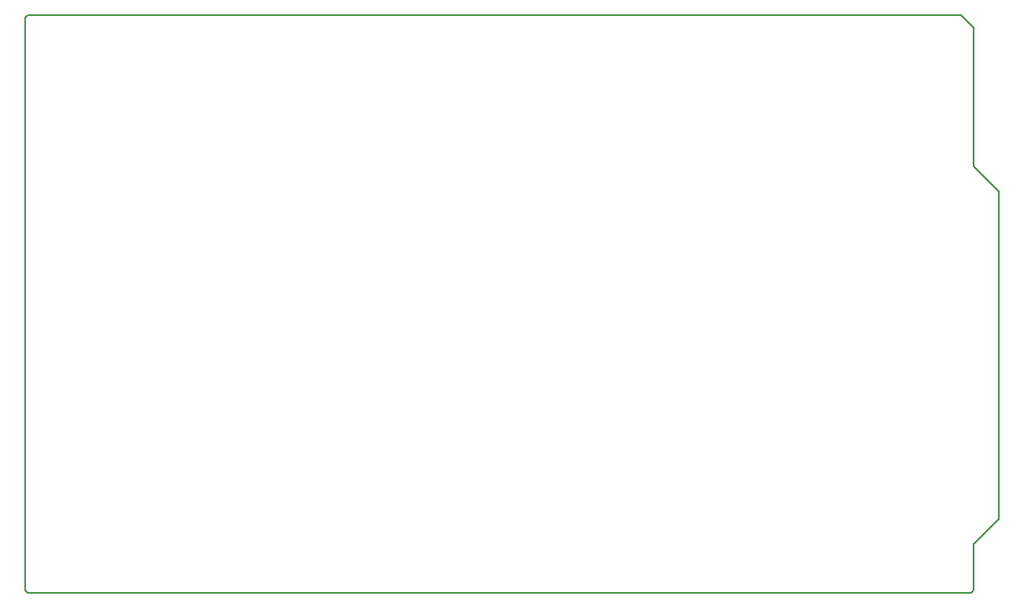
<source format=gbr>
G04 PROTEUS GERBER X2 FILE*
%TF.GenerationSoftware,Labcenter,Proteus,8.6-SP2-Build23525*%
%TF.CreationDate,2019-07-10T19:11:28+00:00*%
%TF.FileFunction,NonPlated,1,2,NPTH*%
%TF.FilePolarity,Positive*%
%TF.Part,Single*%
%FSLAX45Y45*%
%MOMM*%
G01*
%TA.AperFunction,Profile*%
%ADD29C,0.203200*%
%TD.AperFunction*%
D29*
X-11303600Y+6940000D02*
X-1902000Y+6940000D01*
X-1800400Y+1120000D02*
X-11303600Y+1120000D01*
X-1902000Y+6940000D02*
X-1775000Y+6813000D01*
X-1775000Y+5420000D02*
X-1521000Y+5166000D01*
X-1521000Y+1864000D01*
X-1775000Y+1610000D02*
X-1521000Y+1864000D01*
X-1775000Y+6813000D02*
X-1775000Y+5420000D01*
X-1775000Y+1610000D02*
X-1775000Y+1150000D01*
X-1775000Y+1145400D02*
X-1800400Y+1120000D01*
X-11330959Y+6914600D02*
X-11330959Y+1150000D01*
X-11305559Y+6940000D02*
X-11330959Y+6914600D01*
X-11330959Y+1145400D02*
X-11305559Y+1120000D01*
M02*

</source>
